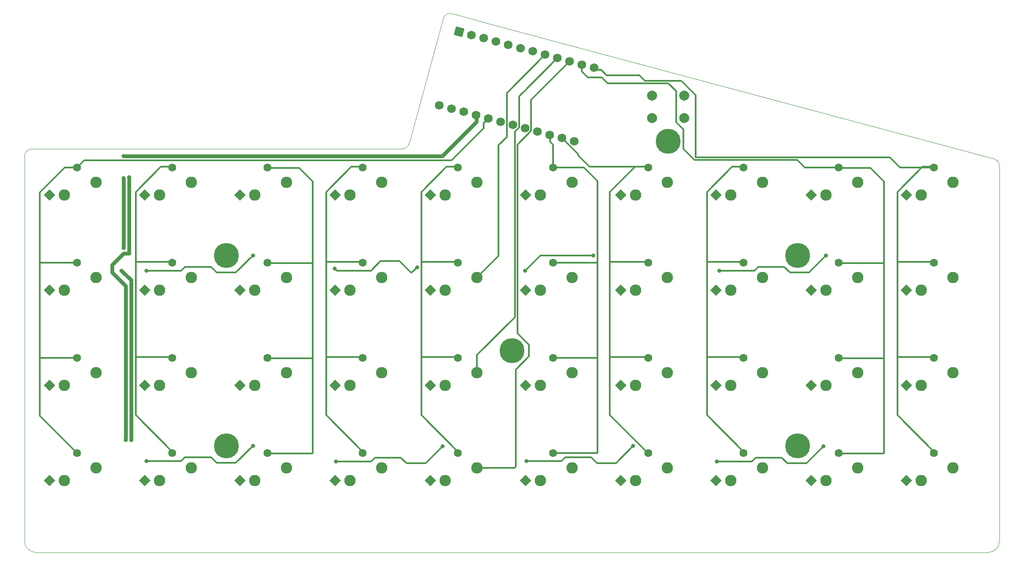
<source format=gtl>
G04 #@! TF.GenerationSoftware,KiCad,Pcbnew,6.0.7-f9a2dced07~116~ubuntu20.04.1*
G04 #@! TF.CreationDate,2022-09-23T22:55:04+08:00*
G04 #@! TF.ProjectId,V4,56342e6b-6963-4616-945f-706362585858,rev?*
G04 #@! TF.SameCoordinates,Original*
G04 #@! TF.FileFunction,Copper,L1,Top*
G04 #@! TF.FilePolarity,Positive*
%FSLAX46Y46*%
G04 Gerber Fmt 4.6, Leading zero omitted, Abs format (unit mm)*
G04 Created by KiCad (PCBNEW 6.0.7-f9a2dced07~116~ubuntu20.04.1) date 2022-09-23 22:55:04*
%MOMM*%
%LPD*%
G01*
G04 APERTURE LIST*
G04 Aperture macros list*
%AMRotRect*
0 Rectangle, with rotation*
0 The origin of the aperture is its center*
0 $1 length*
0 $2 width*
0 $3 Rotation angle, in degrees counterclockwise*
0 Add horizontal line*
21,1,$1,$2,0,0,$3*%
G04 Aperture macros list end*
G04 #@! TA.AperFunction,Profile*
%ADD10C,0.050000*%
G04 #@! TD*
G04 #@! TA.AperFunction,ComponentPad*
%ADD11C,1.752600*%
G04 #@! TD*
G04 #@! TA.AperFunction,ComponentPad*
%ADD12RotRect,1.752600X1.752600X345.000000*%
G04 #@! TD*
G04 #@! TA.AperFunction,ComponentPad*
%ADD13C,2.286000*%
G04 #@! TD*
G04 #@! TA.AperFunction,WasherPad*
%ADD14C,5.000000*%
G04 #@! TD*
G04 #@! TA.AperFunction,ComponentPad*
%ADD15C,2.000000*%
G04 #@! TD*
G04 #@! TA.AperFunction,ComponentPad*
%ADD16RotRect,1.600000X1.600000X45.000000*%
G04 #@! TD*
G04 #@! TA.AperFunction,ComponentPad*
%ADD17C,1.600000*%
G04 #@! TD*
G04 #@! TA.AperFunction,ViaPad*
%ADD18C,0.800000*%
G04 #@! TD*
G04 #@! TA.AperFunction,Conductor*
%ADD19C,0.300000*%
G04 #@! TD*
G04 #@! TA.AperFunction,Conductor*
%ADD20C,0.800000*%
G04 #@! TD*
G04 APERTURE END LIST*
D10*
X59436000Y-154686000D02*
X59436000Y-78486000D01*
X59436000Y-154686000D02*
G75*
G03*
X61722000Y-156972000I2286000J0D01*
G01*
X134962250Y-76200000D02*
X131178300Y-76200000D01*
X134962250Y-76200047D02*
G75*
G03*
X136434319Y-75070441I-50J1524047D01*
G01*
X60960000Y-76200000D02*
G75*
G03*
X59436000Y-77724000I0J-1524000D01*
G01*
X61722000Y-76200000D02*
X131178300Y-76200000D01*
X61722000Y-76200000D02*
X60960000Y-76200000D01*
X252222000Y-156972000D02*
X61722000Y-156972000D01*
X254507993Y-79667100D02*
G75*
G03*
X253365350Y-78179844I-1523993J11700D01*
G01*
X252222000Y-156972000D02*
G75*
G03*
X254508000Y-154686000I0J2286000D01*
G01*
X59436000Y-77724000D02*
X59436000Y-78486000D01*
X145016441Y-49147744D02*
X151738470Y-50953142D01*
X145016443Y-49147735D02*
G75*
G03*
X143149931Y-50225373I-394443J-1472065D01*
G01*
X254507999Y-79667100D02*
X254508000Y-154686000D01*
X151738470Y-50953142D02*
X253365350Y-78179844D01*
X143149931Y-50225373D02*
X136434319Y-75070441D01*
D11*
X142429945Y-67473525D03*
X144883397Y-68130926D03*
X147336848Y-68788326D03*
X149790300Y-69445726D03*
X152243752Y-70103127D03*
X154697203Y-70760527D03*
X157150655Y-71417928D03*
X159604106Y-72075328D03*
X162057558Y-72732728D03*
X164511010Y-73390129D03*
X166964461Y-74047529D03*
X169417913Y-74704929D03*
X173362315Y-59984220D03*
X170908863Y-59326819D03*
X168455412Y-58669419D03*
X166001960Y-58012019D03*
X163548509Y-57354618D03*
X161095057Y-56697218D03*
X158641605Y-56039818D03*
X156188154Y-55382417D03*
X153734702Y-54725017D03*
X151281251Y-54067616D03*
X148827799Y-53410216D03*
D12*
X146374347Y-52752816D03*
D13*
X226187000Y-140081000D03*
X219837000Y-142621000D03*
X226187001Y-101981000D03*
X219837001Y-104521000D03*
X149987000Y-101981000D03*
X143637000Y-104521000D03*
X245237000Y-140081000D03*
X238887000Y-142621000D03*
X130937000Y-82931000D03*
X124587000Y-85471000D03*
X130937000Y-121031000D03*
X124587000Y-123571000D03*
D14*
X188214000Y-74676000D03*
D13*
X130937000Y-140081000D03*
X124587000Y-142621000D03*
X188087000Y-82931000D03*
X181737000Y-85471000D03*
X188087000Y-101981000D03*
X181737000Y-104521000D03*
X207137000Y-82931000D03*
X200787000Y-85471000D03*
X149987000Y-121031000D03*
X143637000Y-123571000D03*
X111887001Y-101981000D03*
X105537001Y-104521000D03*
X245237000Y-121031000D03*
X238887000Y-123571000D03*
X92837000Y-121031001D03*
X86487000Y-123571001D03*
X111887000Y-140081000D03*
X105537000Y-142621000D03*
X111887000Y-82931000D03*
X105537000Y-85471000D03*
X92837000Y-140081000D03*
X86487000Y-142621000D03*
D14*
X214122000Y-97536000D03*
D13*
X245237000Y-82931000D03*
X238887000Y-85471000D03*
X169037000Y-121031000D03*
X162687000Y-123571000D03*
X149987000Y-82931000D03*
X143637000Y-85471000D03*
X149987000Y-140081000D03*
X143637000Y-142621000D03*
X92836999Y-101981000D03*
X86486999Y-104521000D03*
D14*
X214122000Y-135636000D03*
D13*
X169037000Y-140081000D03*
X162687000Y-142621000D03*
X188087000Y-140081000D03*
X181737000Y-142621000D03*
X130937000Y-101981000D03*
X124587000Y-104521000D03*
X92837000Y-82931000D03*
X86487000Y-85471000D03*
X207137000Y-140081000D03*
X200787000Y-142621000D03*
X245237000Y-101981000D03*
X238887000Y-104521000D03*
X169037000Y-101981000D03*
X162687000Y-104521000D03*
X169037000Y-82931000D03*
X162687000Y-85471000D03*
X207137000Y-121031001D03*
X200787000Y-123571001D03*
X111887000Y-121031001D03*
X105537000Y-123571001D03*
X226187000Y-121031001D03*
X219837000Y-123571001D03*
D14*
X156972000Y-116586000D03*
D13*
X73787000Y-140081000D03*
X67437000Y-142621000D03*
X226187000Y-82931000D03*
X219837000Y-85471000D03*
X73787000Y-82931000D03*
X67437000Y-85471000D03*
X207136999Y-101981000D03*
X200786999Y-104521000D03*
D14*
X99822000Y-97536000D03*
D13*
X188087000Y-121031000D03*
X181737000Y-123571000D03*
X73787000Y-121031000D03*
X67437000Y-123571000D03*
X73787000Y-101981000D03*
X67437000Y-104521000D03*
D15*
X184964000Y-70068000D03*
X191464000Y-70068000D03*
X184964000Y-65568000D03*
X191464000Y-65568000D03*
D14*
X99822000Y-135636000D03*
D16*
X159649284Y-104498716D03*
D17*
X165164716Y-98983284D03*
D16*
X235849284Y-85448715D03*
D17*
X241364716Y-79933283D03*
D16*
X197749284Y-123548715D03*
D17*
X203264716Y-118033283D03*
D16*
X64399284Y-123548715D03*
D17*
X69914716Y-118033283D03*
D16*
X159649283Y-85448715D03*
D17*
X165164715Y-79933283D03*
D16*
X64399284Y-104498716D03*
D17*
X69914716Y-98983284D03*
D16*
X216799284Y-104498715D03*
D17*
X222314716Y-98983283D03*
D16*
X140599284Y-104498715D03*
D17*
X146114716Y-98983283D03*
D16*
X235849284Y-104498715D03*
D17*
X241364716Y-98983283D03*
D16*
X121549284Y-123548715D03*
D17*
X127064716Y-118033283D03*
D16*
X83449285Y-85448715D03*
D17*
X88964717Y-79933283D03*
D16*
X178699284Y-104498716D03*
D17*
X184214716Y-98983284D03*
D16*
X121549284Y-85448715D03*
D17*
X127064716Y-79933283D03*
D16*
X102499284Y-85448715D03*
D17*
X108014716Y-79933283D03*
D16*
X102499284Y-104498715D03*
D17*
X108014716Y-98983283D03*
D16*
X121549284Y-104498715D03*
D17*
X127064716Y-98983283D03*
D16*
X235849284Y-142598716D03*
D17*
X241364716Y-137083284D03*
D16*
X83449284Y-104498716D03*
D17*
X88964716Y-98983284D03*
D16*
X216799283Y-123548715D03*
D17*
X222314715Y-118033283D03*
D16*
X197749284Y-104498716D03*
D17*
X203264716Y-98983284D03*
D16*
X121549284Y-142598716D03*
D17*
X127064716Y-137083284D03*
D16*
X197749284Y-142598715D03*
D17*
X203264716Y-137083283D03*
D16*
X83449284Y-123548715D03*
D17*
X88964716Y-118033283D03*
D16*
X159649284Y-123548715D03*
D17*
X165164716Y-118033283D03*
D16*
X102499284Y-142598715D03*
D17*
X108014716Y-137083283D03*
D16*
X235849284Y-123548715D03*
D17*
X241364716Y-118033283D03*
D16*
X216799284Y-85448715D03*
D17*
X222314716Y-79933283D03*
D16*
X159649284Y-142598715D03*
D17*
X165164716Y-137083283D03*
D16*
X140599284Y-123548715D03*
D17*
X146114716Y-118033283D03*
D16*
X216799283Y-142598715D03*
D17*
X222314715Y-137083283D03*
D16*
X102499284Y-123548715D03*
D17*
X108014716Y-118033283D03*
D16*
X178699284Y-142598715D03*
D17*
X184214716Y-137083283D03*
D16*
X140599284Y-85448715D03*
D17*
X146114716Y-79933283D03*
D16*
X178699284Y-123548715D03*
D17*
X184214716Y-118033283D03*
D16*
X178699284Y-85448716D03*
D17*
X184214716Y-79933284D03*
D16*
X64399284Y-142598715D03*
D17*
X69914716Y-137083283D03*
D16*
X197749284Y-85448715D03*
D17*
X203264716Y-79933283D03*
D16*
X140599284Y-142598715D03*
D17*
X146114716Y-137083283D03*
D16*
X64399283Y-85448715D03*
D17*
X69914715Y-79933283D03*
D16*
X83449284Y-142598715D03*
D17*
X88964716Y-137083283D03*
D18*
X198501000Y-100584000D03*
X219837000Y-97536000D03*
X159639000Y-100584000D03*
X173267500Y-97536000D03*
X121539000Y-100212500D03*
X137986641Y-99918500D03*
X105156000Y-97536000D03*
X83820000Y-100584000D03*
X83820000Y-138684000D03*
X105156000Y-135636000D03*
X121798000Y-138747000D03*
X143134000Y-135699000D03*
X159885916Y-138722171D03*
X181221916Y-135674171D03*
X197998000Y-138747000D03*
X219334000Y-135699000D03*
X78867000Y-100584000D03*
X80772000Y-134493000D03*
X79248000Y-82081000D03*
X79248000Y-77636000D03*
X79291500Y-96055000D03*
X80391000Y-97155000D03*
X80391000Y-81915000D03*
X79672000Y-134493000D03*
D19*
X149987000Y-101981000D02*
X154305000Y-97663000D01*
X154305000Y-97663000D02*
X154305000Y-75445000D01*
X154305000Y-75445000D02*
X155923503Y-73826497D01*
X155923503Y-73826497D02*
X155923503Y-65045095D01*
X155923503Y-65045095D02*
X163609398Y-57359200D01*
X149987000Y-121031000D02*
X149987000Y-117475000D01*
X149987000Y-117475000D02*
X157543500Y-109918500D01*
X157543500Y-109918500D02*
X157543500Y-72759334D01*
X157543500Y-72759334D02*
X158377806Y-71925028D01*
X158377806Y-71925028D02*
X158377806Y-65701644D01*
X158377806Y-65701644D02*
X159017025Y-65062425D01*
X149987000Y-140081000D02*
X157480000Y-140081000D01*
X160401000Y-115443000D02*
X158067913Y-113109913D01*
X157480000Y-140081000D02*
X157734000Y-139827000D01*
X157734000Y-139827000D02*
X157734000Y-120396000D01*
X157734000Y-120396000D02*
X160401000Y-117729000D01*
X160831258Y-66359042D02*
X168516300Y-58674000D01*
X160401000Y-117729000D02*
X160401000Y-115443000D01*
X158067913Y-113109913D02*
X158067913Y-75345772D01*
X158067913Y-75345772D02*
X160831258Y-72582427D01*
X160831258Y-72582427D02*
X160831258Y-66359042D01*
X170154600Y-77457300D02*
X170154600Y-77237668D01*
X170154600Y-77237668D02*
X166964461Y-74047529D01*
X62484000Y-99060000D02*
X62484000Y-118110000D01*
X69914715Y-79933283D02*
X71361998Y-78486000D01*
X62484000Y-84963000D02*
X62484000Y-99060000D01*
X67513717Y-79933283D02*
X62484000Y-84963000D01*
X69914716Y-98983284D02*
X62560716Y-98983284D01*
X69914716Y-118033283D02*
X62560717Y-118033283D01*
X69914715Y-79933283D02*
X67513717Y-79933283D01*
X62484000Y-118110000D02*
X62484000Y-129652567D01*
X62560717Y-118033283D02*
X62484000Y-118110000D01*
X71361998Y-78486000D02*
X144856000Y-78486000D01*
X62560716Y-98983284D02*
X62484000Y-99060000D01*
X151319621Y-71078585D02*
X152309817Y-70088389D01*
X144860000Y-78490000D02*
X151319621Y-72030379D01*
X62484000Y-129652567D02*
X69914716Y-137083283D01*
X151319621Y-72030379D02*
X151319621Y-71078585D01*
X144856000Y-78486000D02*
X144860000Y-78490000D01*
X86715858Y-79781141D02*
X81686141Y-84810858D01*
X81686141Y-117957858D02*
X81686141Y-129500425D01*
X89116857Y-117881141D02*
X81762858Y-117881141D01*
X81762857Y-98831142D02*
X81686141Y-98907858D01*
X81686141Y-98907858D02*
X81686141Y-117957858D01*
X81686141Y-84810858D02*
X81686141Y-98907858D01*
X81686141Y-129500425D02*
X89116857Y-136931141D01*
X89116856Y-79781141D02*
X86715858Y-79781141D01*
X81762858Y-117881141D02*
X81686141Y-117957858D01*
X89116857Y-98831142D02*
X81762857Y-98831142D01*
X117100001Y-99136717D02*
X117100001Y-118186717D01*
X117023284Y-137160000D02*
X108147717Y-137160000D01*
X117100001Y-118186717D02*
X117100001Y-137083283D01*
X108147717Y-118110000D02*
X117023284Y-118110000D01*
X117100001Y-82753717D02*
X117100001Y-99136717D01*
X108147717Y-99060001D02*
X117023285Y-99060001D01*
X117100001Y-137083283D02*
X117023284Y-137160000D01*
X117023284Y-118110000D02*
X117100001Y-118186717D01*
X114356284Y-80010000D02*
X117100001Y-82753717D01*
X108147716Y-80010000D02*
X114356284Y-80010000D01*
X117023285Y-99060001D02*
X117100001Y-99136717D01*
X119786141Y-98907858D02*
X119786141Y-117957858D01*
X124815858Y-79781141D02*
X119786141Y-84810858D01*
X119862858Y-117881141D02*
X119786141Y-117957858D01*
X127216857Y-117881141D02*
X119862858Y-117881141D01*
X127216856Y-79781141D02*
X124815858Y-79781141D01*
X119786141Y-84810858D02*
X119786141Y-98907858D01*
X119786141Y-129500425D02*
X127216857Y-136931141D01*
X127216857Y-98831142D02*
X119862857Y-98831142D01*
X119786141Y-117957858D02*
X119786141Y-129500425D01*
X119862857Y-98831142D02*
X119786141Y-98907858D01*
X146266856Y-79781141D02*
X143865858Y-79781141D01*
X138836141Y-129500425D02*
X146266857Y-136931141D01*
X146266857Y-117881141D02*
X138912858Y-117881141D01*
X138836141Y-84810858D02*
X138836141Y-98907858D01*
X138836141Y-117957858D02*
X138836141Y-129500425D01*
X138836141Y-98907858D02*
X138836141Y-117957858D01*
X146266857Y-98831142D02*
X138912857Y-98831142D01*
X138912857Y-98831142D02*
X138836141Y-98907858D01*
X143865858Y-79781141D02*
X138836141Y-84810858D01*
X138912858Y-117881141D02*
X138836141Y-117957858D01*
X165164715Y-79933283D02*
X171373283Y-79933283D01*
X174117000Y-118110000D02*
X174117000Y-137006566D01*
X174117000Y-99060000D02*
X174117000Y-118110000D01*
X165164716Y-118033283D02*
X174040283Y-118033283D01*
X165164716Y-98983284D02*
X174040284Y-98983284D01*
X174117000Y-137006566D02*
X174040283Y-137083283D01*
X174040283Y-118033283D02*
X174117000Y-118110000D01*
X174117000Y-82677000D02*
X174117000Y-99060000D01*
X174040283Y-137083283D02*
X165164716Y-137083283D01*
X165164715Y-79933283D02*
X165164715Y-75399492D01*
X165164715Y-75399492D02*
X164577075Y-74811852D01*
X174040284Y-98983284D02*
X174117000Y-99060000D01*
X171373283Y-79933283D02*
X174117000Y-82677000D01*
X164577075Y-74811852D02*
X164577075Y-73375390D01*
X183985857Y-98831142D02*
X176631857Y-98831142D01*
X176555141Y-98907858D02*
X176555141Y-117957858D01*
X176631857Y-98831142D02*
X176555141Y-98907858D01*
X176555141Y-117957858D02*
X176555141Y-129500425D01*
X176631858Y-117881141D02*
X176555141Y-117957858D01*
X181584858Y-79781141D02*
X176555141Y-84810858D01*
X183985856Y-79781141D02*
X181584858Y-79781141D01*
X181584858Y-79781141D02*
X172478441Y-79781141D01*
X176555141Y-129500425D02*
X183985857Y-136931141D01*
X172478441Y-79781141D02*
X170154600Y-77457300D01*
X183985857Y-117881141D02*
X176631858Y-117881141D01*
X176555141Y-84810858D02*
X176555141Y-98907858D01*
X203416857Y-117881141D02*
X196062858Y-117881141D01*
X196062857Y-98831142D02*
X195986141Y-98907858D01*
X203416856Y-79781141D02*
X201015858Y-79781141D01*
X195986141Y-84810858D02*
X195986141Y-98907858D01*
X195986141Y-129500425D02*
X203416857Y-136931141D01*
X195986141Y-117957858D02*
X195986141Y-129500425D01*
X195986141Y-98907858D02*
X195986141Y-117957858D01*
X203416857Y-98831142D02*
X196062857Y-98831142D01*
X196062858Y-117881141D02*
X195986141Y-117957858D01*
X201015858Y-79781141D02*
X195986141Y-84810858D01*
X222447716Y-80010000D02*
X228656284Y-80010000D01*
X231400001Y-137083283D02*
X231323284Y-137160000D01*
X215569283Y-79933283D02*
X214022000Y-78386000D01*
X189820000Y-70870000D02*
X189820000Y-64650000D01*
X191280000Y-76210000D02*
X191280000Y-72330000D01*
X174900000Y-61870000D02*
X172096386Y-61870000D01*
X231323285Y-99060001D02*
X231400001Y-99136717D01*
X231400001Y-99136717D02*
X231400001Y-118186717D01*
X231400001Y-118186717D02*
X231400001Y-137083283D01*
X231323284Y-137160000D02*
X222447717Y-137160000D01*
X231323284Y-118110000D02*
X231400001Y-118186717D01*
X214022000Y-78386000D02*
X193456000Y-78386000D01*
X222447717Y-99060001D02*
X231323285Y-99060001D01*
X189820000Y-64650000D02*
X188260000Y-63090000D01*
X172096386Y-61870000D02*
X170969752Y-60743366D01*
X228656284Y-80010000D02*
X231400001Y-82753717D01*
X231400001Y-82753717D02*
X231400001Y-99136717D01*
X170969752Y-60743366D02*
X170969752Y-59331401D01*
X222447717Y-118110000D02*
X231323284Y-118110000D01*
X191280000Y-72330000D02*
X189820000Y-70870000D01*
X222314716Y-79933283D02*
X215569283Y-79933283D01*
X193456000Y-78386000D02*
X191280000Y-76210000D01*
X176120000Y-63090000D02*
X174900000Y-61870000D01*
X188260000Y-63090000D02*
X176120000Y-63090000D01*
X190860000Y-62580000D02*
X183580000Y-62580000D01*
X183580000Y-62580000D02*
X182470000Y-61470000D01*
X174805747Y-60415747D02*
X173850150Y-60415747D01*
X234162858Y-117881141D02*
X234086141Y-117957858D01*
X175860000Y-61470000D02*
X174805747Y-60415747D01*
X241516856Y-79781141D02*
X239115858Y-79781141D01*
X234162857Y-98831142D02*
X234086141Y-98907858D01*
X234086141Y-117957858D02*
X234086141Y-129500425D01*
X182470000Y-61470000D02*
X175860000Y-61470000D01*
X234086141Y-84810858D02*
X234086141Y-98907858D01*
X241516857Y-117881141D02*
X234162858Y-117881141D01*
X193710000Y-77886000D02*
X193710000Y-65430000D01*
X239115858Y-79781141D02*
X234086141Y-84810858D01*
X234619283Y-79933283D02*
X232572000Y-77886000D01*
X234086141Y-129500425D02*
X241516857Y-136931141D01*
X232572000Y-77886000D02*
X193710000Y-77886000D01*
X241516857Y-98831142D02*
X234162857Y-98831142D01*
X234086141Y-98907858D02*
X234086141Y-117957858D01*
X241364716Y-79933283D02*
X234619283Y-79933283D01*
X193710000Y-65430000D02*
X190860000Y-62580000D01*
X173850150Y-60415747D02*
X173423204Y-59988801D01*
X158724600Y-65354850D02*
X166062850Y-58016600D01*
X198501000Y-100584000D02*
X205466297Y-100584000D01*
X212598000Y-100965000D02*
X216408000Y-100965000D01*
X205466297Y-100584000D02*
X206228297Y-99822000D01*
X216408000Y-100965000D02*
X219837000Y-97536000D01*
X206228297Y-99822000D02*
X211455000Y-99822000D01*
X211455000Y-99822000D02*
X212598000Y-100965000D01*
X162687000Y-97536000D02*
X173267500Y-97536000D01*
X159639000Y-100584000D02*
X162687000Y-97536000D01*
X121539000Y-100212500D02*
X121910500Y-100584000D01*
X136779000Y-100965000D02*
X136940141Y-100965000D01*
X128778000Y-100584000D02*
X130683000Y-98679000D01*
X134493000Y-98679000D02*
X136779000Y-100965000D01*
X130683000Y-98679000D02*
X134493000Y-98679000D01*
X136940141Y-100965000D02*
X137986641Y-99918500D01*
X121910500Y-100584000D02*
X128778000Y-100584000D01*
X90785297Y-100584000D02*
X91547297Y-99822000D01*
X96774000Y-99822000D02*
X97917000Y-100965000D01*
X91547297Y-99822000D02*
X96774000Y-99822000D01*
X83820000Y-100584000D02*
X90785297Y-100584000D01*
X97917000Y-100965000D02*
X101727000Y-100965000D01*
X101727000Y-100965000D02*
X105156000Y-97536000D01*
X101727000Y-139065000D02*
X105156000Y-135636000D01*
X90785297Y-138684000D02*
X91547297Y-137922000D01*
X96774000Y-137922000D02*
X97917000Y-139065000D01*
X97917000Y-139065000D02*
X101727000Y-139065000D01*
X83820000Y-138684000D02*
X90785297Y-138684000D01*
X91547297Y-137922000D02*
X96774000Y-137922000D01*
X129525297Y-137985000D02*
X134752000Y-137985000D01*
X134752000Y-137985000D02*
X135895000Y-139128000D01*
X128763297Y-138747000D02*
X129525297Y-137985000D01*
X139705000Y-139128000D02*
X143134000Y-135699000D01*
X135895000Y-139128000D02*
X139705000Y-139128000D01*
X121798000Y-138747000D02*
X128763297Y-138747000D01*
X167613213Y-137960171D02*
X172839916Y-137960171D01*
X166851213Y-138722171D02*
X167613213Y-137960171D01*
X177792916Y-139103171D02*
X181221916Y-135674171D01*
X173982916Y-139103171D02*
X177792916Y-139103171D01*
X172839916Y-137960171D02*
X173982916Y-139103171D01*
X159885916Y-138722171D02*
X166851213Y-138722171D01*
X204963297Y-138747000D02*
X205725297Y-137985000D01*
X205725297Y-137985000D02*
X210952000Y-137985000D01*
X212095000Y-139128000D02*
X215905000Y-139128000D01*
X215905000Y-139128000D02*
X219334000Y-135699000D01*
X210952000Y-137985000D02*
X212095000Y-139128000D01*
X197998000Y-138747000D02*
X204963297Y-138747000D01*
D20*
X78867000Y-100584000D02*
X80772000Y-102489000D01*
X149856365Y-70773635D02*
X149856365Y-69430989D01*
X142994000Y-77636000D02*
X149856365Y-70773635D01*
X79248000Y-77636000D02*
X142994000Y-77636000D01*
X79248000Y-96011500D02*
X79291500Y-96055000D01*
X80772000Y-102489000D02*
X80772000Y-134493000D01*
X79248000Y-82081000D02*
X79248000Y-96011500D01*
X76962000Y-100965000D02*
X76962000Y-99441000D01*
X78867000Y-97536000D02*
X79248000Y-97155000D01*
X76962000Y-99441000D02*
X78867000Y-97536000D01*
X79672000Y-104394000D02*
X79672000Y-103675000D01*
X79672000Y-103675000D02*
X76962000Y-100965000D01*
X79672000Y-134493000D02*
X79672000Y-104394000D01*
X79248000Y-97155000D02*
X80391000Y-97155000D01*
X80391000Y-81915000D02*
X80391000Y-97155000D01*
M02*

</source>
